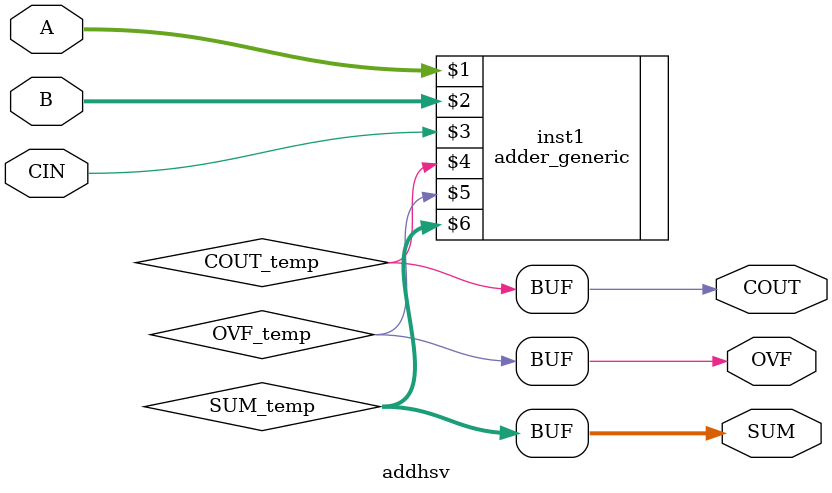
<source format=v>
module addhsv(A,B,CIN,COUT,OVF,SUM);
  parameter N = 32;
  parameter DPFLAG = 1;
  parameter GROUP = "dpath1";
  parameter BUFFER_SIZE = "DEFAULT";
  parameter
        d_COUT_r = 1,
        d_COUT_f = 1,
        d_OVF_r = 1,
        d_OVF_f = 1,
        d_SUM = 1;
  input [(N - 1):0] A;
  input [(N - 1):0] B;
  input  CIN;
  output  COUT;
  output  OVF;
  output [(N - 1):0] SUM;
  wire  COUT_temp;
  wire  OVF_temp;
  wire [(N - 1):0] SUM_temp;
  assign #(d_COUT_r,d_COUT_f) COUT = COUT_temp;
  assign #(d_OVF_r,d_OVF_f) OVF = OVF_temp;
  assign #(d_SUM) SUM = SUM_temp;
  adder_generic #(N) inst1 (A,B,CIN,COUT_temp,OVF_temp,SUM_temp);
endmodule

</source>
